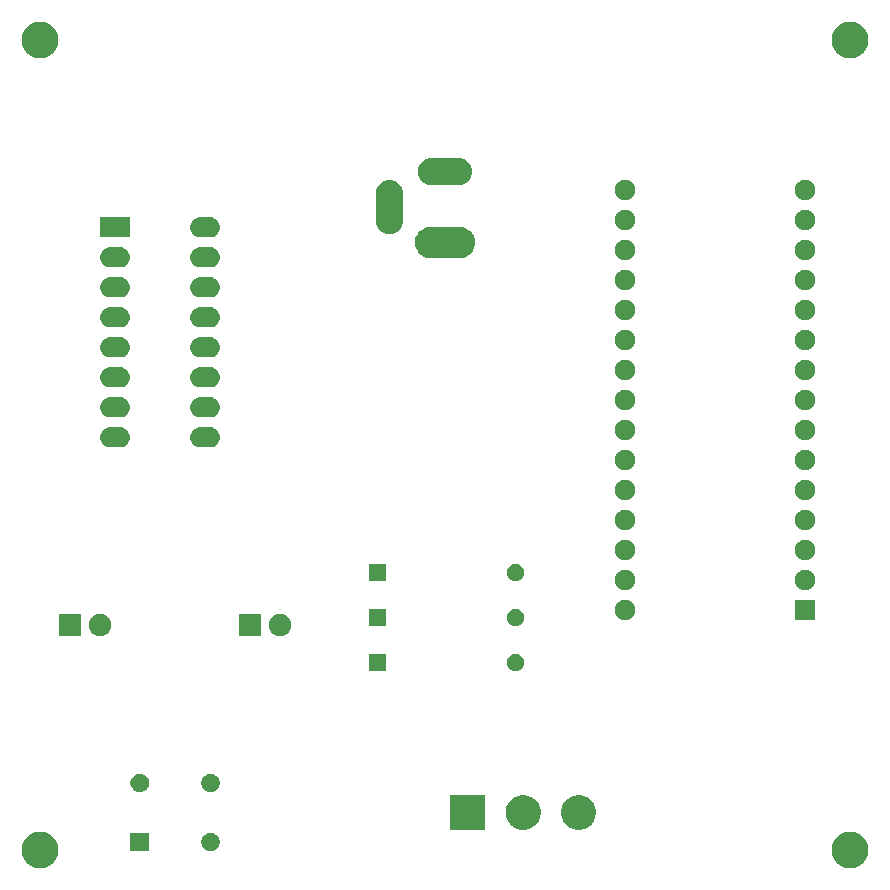
<source format=gbr>
G04 #@! TF.GenerationSoftware,KiCad,Pcbnew,(5.1.5)-3*
G04 #@! TF.CreationDate,2021-03-21T22:58:17-03:00*
G04 #@! TF.ProjectId,4164-41256 Tester,34313634-2d34-4313-9235-362054657374,rev?*
G04 #@! TF.SameCoordinates,Original*
G04 #@! TF.FileFunction,Soldermask,Top*
G04 #@! TF.FilePolarity,Negative*
%FSLAX46Y46*%
G04 Gerber Fmt 4.6, Leading zero omitted, Abs format (unit mm)*
G04 Created by KiCad (PCBNEW (5.1.5)-3) date 2021-03-21 22:58:17*
%MOMM*%
%LPD*%
G04 APERTURE LIST*
%ADD10C,0.100000*%
G04 APERTURE END LIST*
D10*
G36*
X142542585Y-143893802D02*
G01*
X142692410Y-143923604D01*
X142974674Y-144040521D01*
X143228705Y-144210259D01*
X143444741Y-144426295D01*
X143614479Y-144680326D01*
X143731396Y-144962590D01*
X143731396Y-144962591D01*
X143786024Y-145237221D01*
X143791000Y-145262240D01*
X143791000Y-145567760D01*
X143731396Y-145867410D01*
X143614479Y-146149674D01*
X143444741Y-146403705D01*
X143228705Y-146619741D01*
X142974674Y-146789479D01*
X142692410Y-146906396D01*
X142542585Y-146936198D01*
X142392761Y-146966000D01*
X142087239Y-146966000D01*
X141937415Y-146936198D01*
X141787590Y-146906396D01*
X141505326Y-146789479D01*
X141251295Y-146619741D01*
X141035259Y-146403705D01*
X140865521Y-146149674D01*
X140748604Y-145867410D01*
X140689000Y-145567760D01*
X140689000Y-145262240D01*
X140693977Y-145237221D01*
X140748604Y-144962591D01*
X140748604Y-144962590D01*
X140865521Y-144680326D01*
X141035259Y-144426295D01*
X141251295Y-144210259D01*
X141505326Y-144040521D01*
X141787590Y-143923604D01*
X141937415Y-143893802D01*
X142087239Y-143864000D01*
X142392761Y-143864000D01*
X142542585Y-143893802D01*
G37*
G36*
X73962585Y-143893802D02*
G01*
X74112410Y-143923604D01*
X74394674Y-144040521D01*
X74648705Y-144210259D01*
X74864741Y-144426295D01*
X75034479Y-144680326D01*
X75151396Y-144962590D01*
X75151396Y-144962591D01*
X75206024Y-145237221D01*
X75211000Y-145262240D01*
X75211000Y-145567760D01*
X75151396Y-145867410D01*
X75034479Y-146149674D01*
X74864741Y-146403705D01*
X74648705Y-146619741D01*
X74394674Y-146789479D01*
X74112410Y-146906396D01*
X73962585Y-146936198D01*
X73812761Y-146966000D01*
X73507239Y-146966000D01*
X73357415Y-146936198D01*
X73207590Y-146906396D01*
X72925326Y-146789479D01*
X72671295Y-146619741D01*
X72455259Y-146403705D01*
X72285521Y-146149674D01*
X72168604Y-145867410D01*
X72109000Y-145567760D01*
X72109000Y-145262240D01*
X72113977Y-145237221D01*
X72168604Y-144962591D01*
X72168604Y-144962590D01*
X72285521Y-144680326D01*
X72455259Y-144426295D01*
X72671295Y-144210259D01*
X72925326Y-144040521D01*
X73207590Y-143923604D01*
X73357415Y-143893802D01*
X73507239Y-143864000D01*
X73812761Y-143864000D01*
X73962585Y-143893802D01*
G37*
G36*
X82870000Y-145520000D02*
G01*
X81310000Y-145520000D01*
X81310000Y-143960000D01*
X82870000Y-143960000D01*
X82870000Y-145520000D01*
G37*
G36*
X88317518Y-143989975D02*
G01*
X88459466Y-144048771D01*
X88587220Y-144134134D01*
X88695866Y-144242780D01*
X88781229Y-144370534D01*
X88840025Y-144512482D01*
X88870000Y-144663176D01*
X88870000Y-144816824D01*
X88840025Y-144967518D01*
X88781229Y-145109466D01*
X88695866Y-145237220D01*
X88587220Y-145345866D01*
X88459466Y-145431229D01*
X88317518Y-145490025D01*
X88166824Y-145520000D01*
X88013176Y-145520000D01*
X87862482Y-145490025D01*
X87720534Y-145431229D01*
X87592780Y-145345866D01*
X87484134Y-145237220D01*
X87398771Y-145109466D01*
X87339975Y-144967518D01*
X87310000Y-144816824D01*
X87310000Y-144663176D01*
X87339975Y-144512482D01*
X87398771Y-144370534D01*
X87484134Y-144242780D01*
X87592780Y-144134134D01*
X87720534Y-144048771D01*
X87862482Y-143989975D01*
X88013176Y-143960000D01*
X88166824Y-143960000D01*
X88317518Y-143989975D01*
G37*
G36*
X114985532Y-140820721D02*
G01*
X115254147Y-140931985D01*
X115495895Y-141093516D01*
X115701484Y-141299105D01*
X115863015Y-141540853D01*
X115974279Y-141809468D01*
X116031000Y-142094625D01*
X116031000Y-142385375D01*
X115974279Y-142670532D01*
X115863015Y-142939147D01*
X115701484Y-143180895D01*
X115495895Y-143386484D01*
X115254147Y-143548015D01*
X114985532Y-143659279D01*
X114700375Y-143716000D01*
X114409625Y-143716000D01*
X114124468Y-143659279D01*
X113855853Y-143548015D01*
X113614105Y-143386484D01*
X113408516Y-143180895D01*
X113246985Y-142939147D01*
X113135721Y-142670532D01*
X113079000Y-142385375D01*
X113079000Y-142094625D01*
X113135721Y-141809468D01*
X113246985Y-141540853D01*
X113408516Y-141299105D01*
X113614105Y-141093516D01*
X113855853Y-140931985D01*
X114124468Y-140820721D01*
X114409625Y-140764000D01*
X114700375Y-140764000D01*
X114985532Y-140820721D01*
G37*
G36*
X119685532Y-140820721D02*
G01*
X119954147Y-140931985D01*
X120195895Y-141093516D01*
X120401484Y-141299105D01*
X120563015Y-141540853D01*
X120674279Y-141809468D01*
X120731000Y-142094625D01*
X120731000Y-142385375D01*
X120674279Y-142670532D01*
X120563015Y-142939147D01*
X120401484Y-143180895D01*
X120195895Y-143386484D01*
X119954147Y-143548015D01*
X119685532Y-143659279D01*
X119400375Y-143716000D01*
X119109625Y-143716000D01*
X118824468Y-143659279D01*
X118555853Y-143548015D01*
X118314105Y-143386484D01*
X118108516Y-143180895D01*
X117946985Y-142939147D01*
X117835721Y-142670532D01*
X117779000Y-142385375D01*
X117779000Y-142094625D01*
X117835721Y-141809468D01*
X117946985Y-141540853D01*
X118108516Y-141299105D01*
X118314105Y-141093516D01*
X118555853Y-140931985D01*
X118824468Y-140820721D01*
X119109625Y-140764000D01*
X119400375Y-140764000D01*
X119685532Y-140820721D01*
G37*
G36*
X111331000Y-143716000D02*
G01*
X108379000Y-143716000D01*
X108379000Y-140764000D01*
X111331000Y-140764000D01*
X111331000Y-143716000D01*
G37*
G36*
X82317518Y-138989975D02*
G01*
X82459466Y-139048771D01*
X82587220Y-139134134D01*
X82695866Y-139242780D01*
X82781229Y-139370534D01*
X82840025Y-139512482D01*
X82870000Y-139663176D01*
X82870000Y-139816824D01*
X82840025Y-139967518D01*
X82781229Y-140109466D01*
X82695866Y-140237220D01*
X82587220Y-140345866D01*
X82459466Y-140431229D01*
X82317518Y-140490025D01*
X82166824Y-140520000D01*
X82013176Y-140520000D01*
X81862482Y-140490025D01*
X81720534Y-140431229D01*
X81592780Y-140345866D01*
X81484134Y-140237220D01*
X81398771Y-140109466D01*
X81339975Y-139967518D01*
X81310000Y-139816824D01*
X81310000Y-139663176D01*
X81339975Y-139512482D01*
X81398771Y-139370534D01*
X81484134Y-139242780D01*
X81592780Y-139134134D01*
X81720534Y-139048771D01*
X81862482Y-138989975D01*
X82013176Y-138960000D01*
X82166824Y-138960000D01*
X82317518Y-138989975D01*
G37*
G36*
X88317518Y-138989975D02*
G01*
X88459466Y-139048771D01*
X88587220Y-139134134D01*
X88695866Y-139242780D01*
X88781229Y-139370534D01*
X88840025Y-139512482D01*
X88870000Y-139663176D01*
X88870000Y-139816824D01*
X88840025Y-139967518D01*
X88781229Y-140109466D01*
X88695866Y-140237220D01*
X88587220Y-140345866D01*
X88459466Y-140431229D01*
X88317518Y-140490025D01*
X88166824Y-140520000D01*
X88013176Y-140520000D01*
X87862482Y-140490025D01*
X87720534Y-140431229D01*
X87592780Y-140345866D01*
X87484134Y-140237220D01*
X87398771Y-140109466D01*
X87339975Y-139967518D01*
X87310000Y-139816824D01*
X87310000Y-139663176D01*
X87339975Y-139512482D01*
X87398771Y-139370534D01*
X87484134Y-139242780D01*
X87592780Y-139134134D01*
X87720534Y-139048771D01*
X87862482Y-138989975D01*
X88013176Y-138960000D01*
X88166824Y-138960000D01*
X88317518Y-138989975D01*
G37*
G36*
X102971800Y-130276800D02*
G01*
X101498200Y-130276800D01*
X101498200Y-128803200D01*
X102971800Y-128803200D01*
X102971800Y-130276800D01*
G37*
G36*
X114133914Y-128831514D02*
G01*
X114133916Y-128831515D01*
X114133917Y-128831515D01*
X114268006Y-128887056D01*
X114388683Y-128967690D01*
X114491310Y-129070317D01*
X114571944Y-129190994D01*
X114627485Y-129325083D01*
X114655800Y-129467432D01*
X114655800Y-129612568D01*
X114627485Y-129754917D01*
X114571944Y-129889006D01*
X114491310Y-130009683D01*
X114388683Y-130112310D01*
X114268006Y-130192944D01*
X114133917Y-130248485D01*
X114133916Y-130248485D01*
X114133914Y-130248486D01*
X113991570Y-130276800D01*
X113846430Y-130276800D01*
X113704086Y-130248486D01*
X113704084Y-130248485D01*
X113704083Y-130248485D01*
X113569994Y-130192944D01*
X113449317Y-130112310D01*
X113346690Y-130009683D01*
X113266056Y-129889006D01*
X113210515Y-129754917D01*
X113182200Y-129612568D01*
X113182200Y-129467432D01*
X113210515Y-129325083D01*
X113266056Y-129190994D01*
X113346690Y-129070317D01*
X113449317Y-128967690D01*
X113569994Y-128887056D01*
X113704083Y-128831515D01*
X113704084Y-128831515D01*
X113704086Y-128831514D01*
X113846430Y-128803200D01*
X113991570Y-128803200D01*
X114133914Y-128831514D01*
G37*
G36*
X79017395Y-125450546D02*
G01*
X79190466Y-125522234D01*
X79190467Y-125522235D01*
X79346227Y-125626310D01*
X79478690Y-125758773D01*
X79478691Y-125758775D01*
X79582766Y-125914534D01*
X79654454Y-126087605D01*
X79691000Y-126271333D01*
X79691000Y-126458667D01*
X79654454Y-126642395D01*
X79582766Y-126815466D01*
X79582765Y-126815467D01*
X79478690Y-126971227D01*
X79346227Y-127103690D01*
X79267818Y-127156081D01*
X79190466Y-127207766D01*
X79017395Y-127279454D01*
X78833667Y-127316000D01*
X78646333Y-127316000D01*
X78462605Y-127279454D01*
X78289534Y-127207766D01*
X78212182Y-127156081D01*
X78133773Y-127103690D01*
X78001310Y-126971227D01*
X77897235Y-126815467D01*
X77897234Y-126815466D01*
X77825546Y-126642395D01*
X77789000Y-126458667D01*
X77789000Y-126271333D01*
X77825546Y-126087605D01*
X77897234Y-125914534D01*
X78001309Y-125758775D01*
X78001310Y-125758773D01*
X78133773Y-125626310D01*
X78289533Y-125522235D01*
X78289534Y-125522234D01*
X78462605Y-125450546D01*
X78646333Y-125414000D01*
X78833667Y-125414000D01*
X79017395Y-125450546D01*
G37*
G36*
X92391000Y-127316000D02*
G01*
X90489000Y-127316000D01*
X90489000Y-125414000D01*
X92391000Y-125414000D01*
X92391000Y-127316000D01*
G37*
G36*
X94257395Y-125450546D02*
G01*
X94430466Y-125522234D01*
X94430467Y-125522235D01*
X94586227Y-125626310D01*
X94718690Y-125758773D01*
X94718691Y-125758775D01*
X94822766Y-125914534D01*
X94894454Y-126087605D01*
X94931000Y-126271333D01*
X94931000Y-126458667D01*
X94894454Y-126642395D01*
X94822766Y-126815466D01*
X94822765Y-126815467D01*
X94718690Y-126971227D01*
X94586227Y-127103690D01*
X94507818Y-127156081D01*
X94430466Y-127207766D01*
X94257395Y-127279454D01*
X94073667Y-127316000D01*
X93886333Y-127316000D01*
X93702605Y-127279454D01*
X93529534Y-127207766D01*
X93452182Y-127156081D01*
X93373773Y-127103690D01*
X93241310Y-126971227D01*
X93137235Y-126815467D01*
X93137234Y-126815466D01*
X93065546Y-126642395D01*
X93029000Y-126458667D01*
X93029000Y-126271333D01*
X93065546Y-126087605D01*
X93137234Y-125914534D01*
X93241309Y-125758775D01*
X93241310Y-125758773D01*
X93373773Y-125626310D01*
X93529533Y-125522235D01*
X93529534Y-125522234D01*
X93702605Y-125450546D01*
X93886333Y-125414000D01*
X94073667Y-125414000D01*
X94257395Y-125450546D01*
G37*
G36*
X77151000Y-127316000D02*
G01*
X75249000Y-127316000D01*
X75249000Y-125414000D01*
X77151000Y-125414000D01*
X77151000Y-127316000D01*
G37*
G36*
X102971800Y-126466800D02*
G01*
X101498200Y-126466800D01*
X101498200Y-124993200D01*
X102971800Y-124993200D01*
X102971800Y-126466800D01*
G37*
G36*
X114133914Y-125021514D02*
G01*
X114133916Y-125021515D01*
X114133917Y-125021515D01*
X114268006Y-125077056D01*
X114388683Y-125157690D01*
X114491310Y-125260317D01*
X114571944Y-125380994D01*
X114620449Y-125498097D01*
X114627486Y-125515086D01*
X114655800Y-125657430D01*
X114655800Y-125802568D01*
X114627485Y-125944917D01*
X114571944Y-126079006D01*
X114491310Y-126199683D01*
X114388683Y-126302310D01*
X114268006Y-126382944D01*
X114133917Y-126438485D01*
X114133916Y-126438485D01*
X114133914Y-126438486D01*
X113991570Y-126466800D01*
X113846430Y-126466800D01*
X113704086Y-126438486D01*
X113704084Y-126438485D01*
X113704083Y-126438485D01*
X113569994Y-126382944D01*
X113449317Y-126302310D01*
X113346690Y-126199683D01*
X113266056Y-126079006D01*
X113210515Y-125944917D01*
X113182200Y-125802568D01*
X113182200Y-125657430D01*
X113210514Y-125515086D01*
X113217551Y-125498097D01*
X113266056Y-125380994D01*
X113346690Y-125260317D01*
X113449317Y-125157690D01*
X113569994Y-125077056D01*
X113704083Y-125021515D01*
X113704084Y-125021515D01*
X113704086Y-125021514D01*
X113846430Y-124993200D01*
X113991570Y-124993200D01*
X114133914Y-125021514D01*
G37*
G36*
X139281000Y-125946000D02*
G01*
X137579000Y-125946000D01*
X137579000Y-124244000D01*
X139281000Y-124244000D01*
X139281000Y-125946000D01*
G37*
G36*
X123438228Y-124276703D02*
G01*
X123593100Y-124340853D01*
X123732481Y-124433985D01*
X123851015Y-124552519D01*
X123944147Y-124691900D01*
X124008297Y-124846772D01*
X124041000Y-125011184D01*
X124041000Y-125178816D01*
X124008297Y-125343228D01*
X123944147Y-125498100D01*
X123851015Y-125637481D01*
X123732481Y-125756015D01*
X123593100Y-125849147D01*
X123438228Y-125913297D01*
X123273816Y-125946000D01*
X123106184Y-125946000D01*
X122941772Y-125913297D01*
X122786900Y-125849147D01*
X122647519Y-125756015D01*
X122528985Y-125637481D01*
X122435853Y-125498100D01*
X122371703Y-125343228D01*
X122339000Y-125178816D01*
X122339000Y-125011184D01*
X122371703Y-124846772D01*
X122435853Y-124691900D01*
X122528985Y-124552519D01*
X122647519Y-124433985D01*
X122786900Y-124340853D01*
X122941772Y-124276703D01*
X123106184Y-124244000D01*
X123273816Y-124244000D01*
X123438228Y-124276703D01*
G37*
G36*
X138678228Y-121736703D02*
G01*
X138833100Y-121800853D01*
X138972481Y-121893985D01*
X139091015Y-122012519D01*
X139184147Y-122151900D01*
X139248297Y-122306772D01*
X139281000Y-122471184D01*
X139281000Y-122638816D01*
X139248297Y-122803228D01*
X139184147Y-122958100D01*
X139091015Y-123097481D01*
X138972481Y-123216015D01*
X138833100Y-123309147D01*
X138678228Y-123373297D01*
X138513816Y-123406000D01*
X138346184Y-123406000D01*
X138181772Y-123373297D01*
X138026900Y-123309147D01*
X137887519Y-123216015D01*
X137768985Y-123097481D01*
X137675853Y-122958100D01*
X137611703Y-122803228D01*
X137579000Y-122638816D01*
X137579000Y-122471184D01*
X137611703Y-122306772D01*
X137675853Y-122151900D01*
X137768985Y-122012519D01*
X137887519Y-121893985D01*
X138026900Y-121800853D01*
X138181772Y-121736703D01*
X138346184Y-121704000D01*
X138513816Y-121704000D01*
X138678228Y-121736703D01*
G37*
G36*
X123438228Y-121736703D02*
G01*
X123593100Y-121800853D01*
X123732481Y-121893985D01*
X123851015Y-122012519D01*
X123944147Y-122151900D01*
X124008297Y-122306772D01*
X124041000Y-122471184D01*
X124041000Y-122638816D01*
X124008297Y-122803228D01*
X123944147Y-122958100D01*
X123851015Y-123097481D01*
X123732481Y-123216015D01*
X123593100Y-123309147D01*
X123438228Y-123373297D01*
X123273816Y-123406000D01*
X123106184Y-123406000D01*
X122941772Y-123373297D01*
X122786900Y-123309147D01*
X122647519Y-123216015D01*
X122528985Y-123097481D01*
X122435853Y-122958100D01*
X122371703Y-122803228D01*
X122339000Y-122638816D01*
X122339000Y-122471184D01*
X122371703Y-122306772D01*
X122435853Y-122151900D01*
X122528985Y-122012519D01*
X122647519Y-121893985D01*
X122786900Y-121800853D01*
X122941772Y-121736703D01*
X123106184Y-121704000D01*
X123273816Y-121704000D01*
X123438228Y-121736703D01*
G37*
G36*
X102971800Y-122656800D02*
G01*
X101498200Y-122656800D01*
X101498200Y-121183200D01*
X102971800Y-121183200D01*
X102971800Y-122656800D01*
G37*
G36*
X114133914Y-121211514D02*
G01*
X114133916Y-121211515D01*
X114133917Y-121211515D01*
X114268006Y-121267056D01*
X114388683Y-121347690D01*
X114491310Y-121450317D01*
X114571944Y-121570994D01*
X114627036Y-121704000D01*
X114627486Y-121705086D01*
X114655800Y-121847430D01*
X114655800Y-121992570D01*
X114651832Y-122012520D01*
X114627485Y-122134917D01*
X114571944Y-122269006D01*
X114491310Y-122389683D01*
X114388683Y-122492310D01*
X114268006Y-122572944D01*
X114133917Y-122628485D01*
X114133916Y-122628485D01*
X114133914Y-122628486D01*
X113991570Y-122656800D01*
X113846430Y-122656800D01*
X113704086Y-122628486D01*
X113704084Y-122628485D01*
X113704083Y-122628485D01*
X113569994Y-122572944D01*
X113449317Y-122492310D01*
X113346690Y-122389683D01*
X113266056Y-122269006D01*
X113210515Y-122134917D01*
X113186169Y-122012520D01*
X113182200Y-121992570D01*
X113182200Y-121847430D01*
X113210514Y-121705086D01*
X113210964Y-121704000D01*
X113266056Y-121570994D01*
X113346690Y-121450317D01*
X113449317Y-121347690D01*
X113569994Y-121267056D01*
X113704083Y-121211515D01*
X113704084Y-121211515D01*
X113704086Y-121211514D01*
X113846430Y-121183200D01*
X113991570Y-121183200D01*
X114133914Y-121211514D01*
G37*
G36*
X123438228Y-119196703D02*
G01*
X123593100Y-119260853D01*
X123732481Y-119353985D01*
X123851015Y-119472519D01*
X123944147Y-119611900D01*
X124008297Y-119766772D01*
X124041000Y-119931184D01*
X124041000Y-120098816D01*
X124008297Y-120263228D01*
X123944147Y-120418100D01*
X123851015Y-120557481D01*
X123732481Y-120676015D01*
X123593100Y-120769147D01*
X123438228Y-120833297D01*
X123273816Y-120866000D01*
X123106184Y-120866000D01*
X122941772Y-120833297D01*
X122786900Y-120769147D01*
X122647519Y-120676015D01*
X122528985Y-120557481D01*
X122435853Y-120418100D01*
X122371703Y-120263228D01*
X122339000Y-120098816D01*
X122339000Y-119931184D01*
X122371703Y-119766772D01*
X122435853Y-119611900D01*
X122528985Y-119472519D01*
X122647519Y-119353985D01*
X122786900Y-119260853D01*
X122941772Y-119196703D01*
X123106184Y-119164000D01*
X123273816Y-119164000D01*
X123438228Y-119196703D01*
G37*
G36*
X138678228Y-119196703D02*
G01*
X138833100Y-119260853D01*
X138972481Y-119353985D01*
X139091015Y-119472519D01*
X139184147Y-119611900D01*
X139248297Y-119766772D01*
X139281000Y-119931184D01*
X139281000Y-120098816D01*
X139248297Y-120263228D01*
X139184147Y-120418100D01*
X139091015Y-120557481D01*
X138972481Y-120676015D01*
X138833100Y-120769147D01*
X138678228Y-120833297D01*
X138513816Y-120866000D01*
X138346184Y-120866000D01*
X138181772Y-120833297D01*
X138026900Y-120769147D01*
X137887519Y-120676015D01*
X137768985Y-120557481D01*
X137675853Y-120418100D01*
X137611703Y-120263228D01*
X137579000Y-120098816D01*
X137579000Y-119931184D01*
X137611703Y-119766772D01*
X137675853Y-119611900D01*
X137768985Y-119472519D01*
X137887519Y-119353985D01*
X138026900Y-119260853D01*
X138181772Y-119196703D01*
X138346184Y-119164000D01*
X138513816Y-119164000D01*
X138678228Y-119196703D01*
G37*
G36*
X138678228Y-116656703D02*
G01*
X138833100Y-116720853D01*
X138972481Y-116813985D01*
X139091015Y-116932519D01*
X139184147Y-117071900D01*
X139248297Y-117226772D01*
X139281000Y-117391184D01*
X139281000Y-117558816D01*
X139248297Y-117723228D01*
X139184147Y-117878100D01*
X139091015Y-118017481D01*
X138972481Y-118136015D01*
X138833100Y-118229147D01*
X138678228Y-118293297D01*
X138513816Y-118326000D01*
X138346184Y-118326000D01*
X138181772Y-118293297D01*
X138026900Y-118229147D01*
X137887519Y-118136015D01*
X137768985Y-118017481D01*
X137675853Y-117878100D01*
X137611703Y-117723228D01*
X137579000Y-117558816D01*
X137579000Y-117391184D01*
X137611703Y-117226772D01*
X137675853Y-117071900D01*
X137768985Y-116932519D01*
X137887519Y-116813985D01*
X138026900Y-116720853D01*
X138181772Y-116656703D01*
X138346184Y-116624000D01*
X138513816Y-116624000D01*
X138678228Y-116656703D01*
G37*
G36*
X123438228Y-116656703D02*
G01*
X123593100Y-116720853D01*
X123732481Y-116813985D01*
X123851015Y-116932519D01*
X123944147Y-117071900D01*
X124008297Y-117226772D01*
X124041000Y-117391184D01*
X124041000Y-117558816D01*
X124008297Y-117723228D01*
X123944147Y-117878100D01*
X123851015Y-118017481D01*
X123732481Y-118136015D01*
X123593100Y-118229147D01*
X123438228Y-118293297D01*
X123273816Y-118326000D01*
X123106184Y-118326000D01*
X122941772Y-118293297D01*
X122786900Y-118229147D01*
X122647519Y-118136015D01*
X122528985Y-118017481D01*
X122435853Y-117878100D01*
X122371703Y-117723228D01*
X122339000Y-117558816D01*
X122339000Y-117391184D01*
X122371703Y-117226772D01*
X122435853Y-117071900D01*
X122528985Y-116932519D01*
X122647519Y-116813985D01*
X122786900Y-116720853D01*
X122941772Y-116656703D01*
X123106184Y-116624000D01*
X123273816Y-116624000D01*
X123438228Y-116656703D01*
G37*
G36*
X138678228Y-114116703D02*
G01*
X138833100Y-114180853D01*
X138972481Y-114273985D01*
X139091015Y-114392519D01*
X139184147Y-114531900D01*
X139248297Y-114686772D01*
X139281000Y-114851184D01*
X139281000Y-115018816D01*
X139248297Y-115183228D01*
X139184147Y-115338100D01*
X139091015Y-115477481D01*
X138972481Y-115596015D01*
X138833100Y-115689147D01*
X138678228Y-115753297D01*
X138513816Y-115786000D01*
X138346184Y-115786000D01*
X138181772Y-115753297D01*
X138026900Y-115689147D01*
X137887519Y-115596015D01*
X137768985Y-115477481D01*
X137675853Y-115338100D01*
X137611703Y-115183228D01*
X137579000Y-115018816D01*
X137579000Y-114851184D01*
X137611703Y-114686772D01*
X137675853Y-114531900D01*
X137768985Y-114392519D01*
X137887519Y-114273985D01*
X138026900Y-114180853D01*
X138181772Y-114116703D01*
X138346184Y-114084000D01*
X138513816Y-114084000D01*
X138678228Y-114116703D01*
G37*
G36*
X123438228Y-114116703D02*
G01*
X123593100Y-114180853D01*
X123732481Y-114273985D01*
X123851015Y-114392519D01*
X123944147Y-114531900D01*
X124008297Y-114686772D01*
X124041000Y-114851184D01*
X124041000Y-115018816D01*
X124008297Y-115183228D01*
X123944147Y-115338100D01*
X123851015Y-115477481D01*
X123732481Y-115596015D01*
X123593100Y-115689147D01*
X123438228Y-115753297D01*
X123273816Y-115786000D01*
X123106184Y-115786000D01*
X122941772Y-115753297D01*
X122786900Y-115689147D01*
X122647519Y-115596015D01*
X122528985Y-115477481D01*
X122435853Y-115338100D01*
X122371703Y-115183228D01*
X122339000Y-115018816D01*
X122339000Y-114851184D01*
X122371703Y-114686772D01*
X122435853Y-114531900D01*
X122528985Y-114392519D01*
X122647519Y-114273985D01*
X122786900Y-114180853D01*
X122941772Y-114116703D01*
X123106184Y-114084000D01*
X123273816Y-114084000D01*
X123438228Y-114116703D01*
G37*
G36*
X123438228Y-111576703D02*
G01*
X123593100Y-111640853D01*
X123732481Y-111733985D01*
X123851015Y-111852519D01*
X123944147Y-111991900D01*
X124008297Y-112146772D01*
X124041000Y-112311184D01*
X124041000Y-112478816D01*
X124008297Y-112643228D01*
X123944147Y-112798100D01*
X123851015Y-112937481D01*
X123732481Y-113056015D01*
X123593100Y-113149147D01*
X123438228Y-113213297D01*
X123273816Y-113246000D01*
X123106184Y-113246000D01*
X122941772Y-113213297D01*
X122786900Y-113149147D01*
X122647519Y-113056015D01*
X122528985Y-112937481D01*
X122435853Y-112798100D01*
X122371703Y-112643228D01*
X122339000Y-112478816D01*
X122339000Y-112311184D01*
X122371703Y-112146772D01*
X122435853Y-111991900D01*
X122528985Y-111852519D01*
X122647519Y-111733985D01*
X122786900Y-111640853D01*
X122941772Y-111576703D01*
X123106184Y-111544000D01*
X123273816Y-111544000D01*
X123438228Y-111576703D01*
G37*
G36*
X138678228Y-111576703D02*
G01*
X138833100Y-111640853D01*
X138972481Y-111733985D01*
X139091015Y-111852519D01*
X139184147Y-111991900D01*
X139248297Y-112146772D01*
X139281000Y-112311184D01*
X139281000Y-112478816D01*
X139248297Y-112643228D01*
X139184147Y-112798100D01*
X139091015Y-112937481D01*
X138972481Y-113056015D01*
X138833100Y-113149147D01*
X138678228Y-113213297D01*
X138513816Y-113246000D01*
X138346184Y-113246000D01*
X138181772Y-113213297D01*
X138026900Y-113149147D01*
X137887519Y-113056015D01*
X137768985Y-112937481D01*
X137675853Y-112798100D01*
X137611703Y-112643228D01*
X137579000Y-112478816D01*
X137579000Y-112311184D01*
X137611703Y-112146772D01*
X137675853Y-111991900D01*
X137768985Y-111852519D01*
X137887519Y-111733985D01*
X138026900Y-111640853D01*
X138181772Y-111576703D01*
X138346184Y-111544000D01*
X138513816Y-111544000D01*
X138678228Y-111576703D01*
G37*
G36*
X88196823Y-109651313D02*
G01*
X88357242Y-109699976D01*
X88489906Y-109770886D01*
X88505078Y-109778996D01*
X88634659Y-109885341D01*
X88741004Y-110014922D01*
X88741005Y-110014924D01*
X88820024Y-110162758D01*
X88868687Y-110323177D01*
X88885117Y-110490000D01*
X88868687Y-110656823D01*
X88820024Y-110817242D01*
X88749114Y-110949906D01*
X88741004Y-110965078D01*
X88634659Y-111094659D01*
X88505078Y-111201004D01*
X88505076Y-111201005D01*
X88357242Y-111280024D01*
X88196823Y-111328687D01*
X88071804Y-111341000D01*
X87188196Y-111341000D01*
X87063177Y-111328687D01*
X86902758Y-111280024D01*
X86754924Y-111201005D01*
X86754922Y-111201004D01*
X86625341Y-111094659D01*
X86518996Y-110965078D01*
X86510886Y-110949906D01*
X86439976Y-110817242D01*
X86391313Y-110656823D01*
X86374883Y-110490000D01*
X86391313Y-110323177D01*
X86439976Y-110162758D01*
X86518995Y-110014924D01*
X86518996Y-110014922D01*
X86625341Y-109885341D01*
X86754922Y-109778996D01*
X86770094Y-109770886D01*
X86902758Y-109699976D01*
X87063177Y-109651313D01*
X87188196Y-109639000D01*
X88071804Y-109639000D01*
X88196823Y-109651313D01*
G37*
G36*
X80576823Y-109651313D02*
G01*
X80737242Y-109699976D01*
X80869906Y-109770886D01*
X80885078Y-109778996D01*
X81014659Y-109885341D01*
X81121004Y-110014922D01*
X81121005Y-110014924D01*
X81200024Y-110162758D01*
X81248687Y-110323177D01*
X81265117Y-110490000D01*
X81248687Y-110656823D01*
X81200024Y-110817242D01*
X81129114Y-110949906D01*
X81121004Y-110965078D01*
X81014659Y-111094659D01*
X80885078Y-111201004D01*
X80885076Y-111201005D01*
X80737242Y-111280024D01*
X80576823Y-111328687D01*
X80451804Y-111341000D01*
X79568196Y-111341000D01*
X79443177Y-111328687D01*
X79282758Y-111280024D01*
X79134924Y-111201005D01*
X79134922Y-111201004D01*
X79005341Y-111094659D01*
X78898996Y-110965078D01*
X78890886Y-110949906D01*
X78819976Y-110817242D01*
X78771313Y-110656823D01*
X78754883Y-110490000D01*
X78771313Y-110323177D01*
X78819976Y-110162758D01*
X78898995Y-110014924D01*
X78898996Y-110014922D01*
X79005341Y-109885341D01*
X79134922Y-109778996D01*
X79150094Y-109770886D01*
X79282758Y-109699976D01*
X79443177Y-109651313D01*
X79568196Y-109639000D01*
X80451804Y-109639000D01*
X80576823Y-109651313D01*
G37*
G36*
X138678228Y-109036703D02*
G01*
X138833100Y-109100853D01*
X138972481Y-109193985D01*
X139091015Y-109312519D01*
X139184147Y-109451900D01*
X139248297Y-109606772D01*
X139281000Y-109771184D01*
X139281000Y-109938816D01*
X139248297Y-110103228D01*
X139184147Y-110258100D01*
X139091015Y-110397481D01*
X138972481Y-110516015D01*
X138833100Y-110609147D01*
X138678228Y-110673297D01*
X138513816Y-110706000D01*
X138346184Y-110706000D01*
X138181772Y-110673297D01*
X138026900Y-110609147D01*
X137887519Y-110516015D01*
X137768985Y-110397481D01*
X137675853Y-110258100D01*
X137611703Y-110103228D01*
X137579000Y-109938816D01*
X137579000Y-109771184D01*
X137611703Y-109606772D01*
X137675853Y-109451900D01*
X137768985Y-109312519D01*
X137887519Y-109193985D01*
X138026900Y-109100853D01*
X138181772Y-109036703D01*
X138346184Y-109004000D01*
X138513816Y-109004000D01*
X138678228Y-109036703D01*
G37*
G36*
X123438228Y-109036703D02*
G01*
X123593100Y-109100853D01*
X123732481Y-109193985D01*
X123851015Y-109312519D01*
X123944147Y-109451900D01*
X124008297Y-109606772D01*
X124041000Y-109771184D01*
X124041000Y-109938816D01*
X124008297Y-110103228D01*
X123944147Y-110258100D01*
X123851015Y-110397481D01*
X123732481Y-110516015D01*
X123593100Y-110609147D01*
X123438228Y-110673297D01*
X123273816Y-110706000D01*
X123106184Y-110706000D01*
X122941772Y-110673297D01*
X122786900Y-110609147D01*
X122647519Y-110516015D01*
X122528985Y-110397481D01*
X122435853Y-110258100D01*
X122371703Y-110103228D01*
X122339000Y-109938816D01*
X122339000Y-109771184D01*
X122371703Y-109606772D01*
X122435853Y-109451900D01*
X122528985Y-109312519D01*
X122647519Y-109193985D01*
X122786900Y-109100853D01*
X122941772Y-109036703D01*
X123106184Y-109004000D01*
X123273816Y-109004000D01*
X123438228Y-109036703D01*
G37*
G36*
X88196823Y-107111313D02*
G01*
X88357242Y-107159976D01*
X88489906Y-107230886D01*
X88505078Y-107238996D01*
X88634659Y-107345341D01*
X88741004Y-107474922D01*
X88741005Y-107474924D01*
X88820024Y-107622758D01*
X88868687Y-107783177D01*
X88885117Y-107950000D01*
X88868687Y-108116823D01*
X88820024Y-108277242D01*
X88749114Y-108409906D01*
X88741004Y-108425078D01*
X88634659Y-108554659D01*
X88505078Y-108661004D01*
X88505076Y-108661005D01*
X88357242Y-108740024D01*
X88196823Y-108788687D01*
X88071804Y-108801000D01*
X87188196Y-108801000D01*
X87063177Y-108788687D01*
X86902758Y-108740024D01*
X86754924Y-108661005D01*
X86754922Y-108661004D01*
X86625341Y-108554659D01*
X86518996Y-108425078D01*
X86510886Y-108409906D01*
X86439976Y-108277242D01*
X86391313Y-108116823D01*
X86374883Y-107950000D01*
X86391313Y-107783177D01*
X86439976Y-107622758D01*
X86518995Y-107474924D01*
X86518996Y-107474922D01*
X86625341Y-107345341D01*
X86754922Y-107238996D01*
X86770094Y-107230886D01*
X86902758Y-107159976D01*
X87063177Y-107111313D01*
X87188196Y-107099000D01*
X88071804Y-107099000D01*
X88196823Y-107111313D01*
G37*
G36*
X80576823Y-107111313D02*
G01*
X80737242Y-107159976D01*
X80869906Y-107230886D01*
X80885078Y-107238996D01*
X81014659Y-107345341D01*
X81121004Y-107474922D01*
X81121005Y-107474924D01*
X81200024Y-107622758D01*
X81248687Y-107783177D01*
X81265117Y-107950000D01*
X81248687Y-108116823D01*
X81200024Y-108277242D01*
X81129114Y-108409906D01*
X81121004Y-108425078D01*
X81014659Y-108554659D01*
X80885078Y-108661004D01*
X80885076Y-108661005D01*
X80737242Y-108740024D01*
X80576823Y-108788687D01*
X80451804Y-108801000D01*
X79568196Y-108801000D01*
X79443177Y-108788687D01*
X79282758Y-108740024D01*
X79134924Y-108661005D01*
X79134922Y-108661004D01*
X79005341Y-108554659D01*
X78898996Y-108425078D01*
X78890886Y-108409906D01*
X78819976Y-108277242D01*
X78771313Y-108116823D01*
X78754883Y-107950000D01*
X78771313Y-107783177D01*
X78819976Y-107622758D01*
X78898995Y-107474924D01*
X78898996Y-107474922D01*
X79005341Y-107345341D01*
X79134922Y-107238996D01*
X79150094Y-107230886D01*
X79282758Y-107159976D01*
X79443177Y-107111313D01*
X79568196Y-107099000D01*
X80451804Y-107099000D01*
X80576823Y-107111313D01*
G37*
G36*
X138678228Y-106496703D02*
G01*
X138833100Y-106560853D01*
X138972481Y-106653985D01*
X139091015Y-106772519D01*
X139184147Y-106911900D01*
X139248297Y-107066772D01*
X139281000Y-107231184D01*
X139281000Y-107398816D01*
X139248297Y-107563228D01*
X139184147Y-107718100D01*
X139091015Y-107857481D01*
X138972481Y-107976015D01*
X138833100Y-108069147D01*
X138678228Y-108133297D01*
X138513816Y-108166000D01*
X138346184Y-108166000D01*
X138181772Y-108133297D01*
X138026900Y-108069147D01*
X137887519Y-107976015D01*
X137768985Y-107857481D01*
X137675853Y-107718100D01*
X137611703Y-107563228D01*
X137579000Y-107398816D01*
X137579000Y-107231184D01*
X137611703Y-107066772D01*
X137675853Y-106911900D01*
X137768985Y-106772519D01*
X137887519Y-106653985D01*
X138026900Y-106560853D01*
X138181772Y-106496703D01*
X138346184Y-106464000D01*
X138513816Y-106464000D01*
X138678228Y-106496703D01*
G37*
G36*
X123438228Y-106496703D02*
G01*
X123593100Y-106560853D01*
X123732481Y-106653985D01*
X123851015Y-106772519D01*
X123944147Y-106911900D01*
X124008297Y-107066772D01*
X124041000Y-107231184D01*
X124041000Y-107398816D01*
X124008297Y-107563228D01*
X123944147Y-107718100D01*
X123851015Y-107857481D01*
X123732481Y-107976015D01*
X123593100Y-108069147D01*
X123438228Y-108133297D01*
X123273816Y-108166000D01*
X123106184Y-108166000D01*
X122941772Y-108133297D01*
X122786900Y-108069147D01*
X122647519Y-107976015D01*
X122528985Y-107857481D01*
X122435853Y-107718100D01*
X122371703Y-107563228D01*
X122339000Y-107398816D01*
X122339000Y-107231184D01*
X122371703Y-107066772D01*
X122435853Y-106911900D01*
X122528985Y-106772519D01*
X122647519Y-106653985D01*
X122786900Y-106560853D01*
X122941772Y-106496703D01*
X123106184Y-106464000D01*
X123273816Y-106464000D01*
X123438228Y-106496703D01*
G37*
G36*
X80576823Y-104571313D02*
G01*
X80737242Y-104619976D01*
X80869906Y-104690886D01*
X80885078Y-104698996D01*
X81014659Y-104805341D01*
X81121004Y-104934922D01*
X81121005Y-104934924D01*
X81200024Y-105082758D01*
X81248687Y-105243177D01*
X81265117Y-105410000D01*
X81248687Y-105576823D01*
X81200024Y-105737242D01*
X81129114Y-105869906D01*
X81121004Y-105885078D01*
X81014659Y-106014659D01*
X80885078Y-106121004D01*
X80885076Y-106121005D01*
X80737242Y-106200024D01*
X80576823Y-106248687D01*
X80451804Y-106261000D01*
X79568196Y-106261000D01*
X79443177Y-106248687D01*
X79282758Y-106200024D01*
X79134924Y-106121005D01*
X79134922Y-106121004D01*
X79005341Y-106014659D01*
X78898996Y-105885078D01*
X78890886Y-105869906D01*
X78819976Y-105737242D01*
X78771313Y-105576823D01*
X78754883Y-105410000D01*
X78771313Y-105243177D01*
X78819976Y-105082758D01*
X78898995Y-104934924D01*
X78898996Y-104934922D01*
X79005341Y-104805341D01*
X79134922Y-104698996D01*
X79150094Y-104690886D01*
X79282758Y-104619976D01*
X79443177Y-104571313D01*
X79568196Y-104559000D01*
X80451804Y-104559000D01*
X80576823Y-104571313D01*
G37*
G36*
X88196823Y-104571313D02*
G01*
X88357242Y-104619976D01*
X88489906Y-104690886D01*
X88505078Y-104698996D01*
X88634659Y-104805341D01*
X88741004Y-104934922D01*
X88741005Y-104934924D01*
X88820024Y-105082758D01*
X88868687Y-105243177D01*
X88885117Y-105410000D01*
X88868687Y-105576823D01*
X88820024Y-105737242D01*
X88749114Y-105869906D01*
X88741004Y-105885078D01*
X88634659Y-106014659D01*
X88505078Y-106121004D01*
X88505076Y-106121005D01*
X88357242Y-106200024D01*
X88196823Y-106248687D01*
X88071804Y-106261000D01*
X87188196Y-106261000D01*
X87063177Y-106248687D01*
X86902758Y-106200024D01*
X86754924Y-106121005D01*
X86754922Y-106121004D01*
X86625341Y-106014659D01*
X86518996Y-105885078D01*
X86510886Y-105869906D01*
X86439976Y-105737242D01*
X86391313Y-105576823D01*
X86374883Y-105410000D01*
X86391313Y-105243177D01*
X86439976Y-105082758D01*
X86518995Y-104934924D01*
X86518996Y-104934922D01*
X86625341Y-104805341D01*
X86754922Y-104698996D01*
X86770094Y-104690886D01*
X86902758Y-104619976D01*
X87063177Y-104571313D01*
X87188196Y-104559000D01*
X88071804Y-104559000D01*
X88196823Y-104571313D01*
G37*
G36*
X138678228Y-103956703D02*
G01*
X138833100Y-104020853D01*
X138972481Y-104113985D01*
X139091015Y-104232519D01*
X139184147Y-104371900D01*
X139248297Y-104526772D01*
X139281000Y-104691184D01*
X139281000Y-104858816D01*
X139248297Y-105023228D01*
X139184147Y-105178100D01*
X139091015Y-105317481D01*
X138972481Y-105436015D01*
X138833100Y-105529147D01*
X138678228Y-105593297D01*
X138513816Y-105626000D01*
X138346184Y-105626000D01*
X138181772Y-105593297D01*
X138026900Y-105529147D01*
X137887519Y-105436015D01*
X137768985Y-105317481D01*
X137675853Y-105178100D01*
X137611703Y-105023228D01*
X137579000Y-104858816D01*
X137579000Y-104691184D01*
X137611703Y-104526772D01*
X137675853Y-104371900D01*
X137768985Y-104232519D01*
X137887519Y-104113985D01*
X138026900Y-104020853D01*
X138181772Y-103956703D01*
X138346184Y-103924000D01*
X138513816Y-103924000D01*
X138678228Y-103956703D01*
G37*
G36*
X123438228Y-103956703D02*
G01*
X123593100Y-104020853D01*
X123732481Y-104113985D01*
X123851015Y-104232519D01*
X123944147Y-104371900D01*
X124008297Y-104526772D01*
X124041000Y-104691184D01*
X124041000Y-104858816D01*
X124008297Y-105023228D01*
X123944147Y-105178100D01*
X123851015Y-105317481D01*
X123732481Y-105436015D01*
X123593100Y-105529147D01*
X123438228Y-105593297D01*
X123273816Y-105626000D01*
X123106184Y-105626000D01*
X122941772Y-105593297D01*
X122786900Y-105529147D01*
X122647519Y-105436015D01*
X122528985Y-105317481D01*
X122435853Y-105178100D01*
X122371703Y-105023228D01*
X122339000Y-104858816D01*
X122339000Y-104691184D01*
X122371703Y-104526772D01*
X122435853Y-104371900D01*
X122528985Y-104232519D01*
X122647519Y-104113985D01*
X122786900Y-104020853D01*
X122941772Y-103956703D01*
X123106184Y-103924000D01*
X123273816Y-103924000D01*
X123438228Y-103956703D01*
G37*
G36*
X80576823Y-102031313D02*
G01*
X80737242Y-102079976D01*
X80869906Y-102150886D01*
X80885078Y-102158996D01*
X81014659Y-102265341D01*
X81121004Y-102394922D01*
X81121005Y-102394924D01*
X81200024Y-102542758D01*
X81248687Y-102703177D01*
X81265117Y-102870000D01*
X81248687Y-103036823D01*
X81200024Y-103197242D01*
X81129114Y-103329906D01*
X81121004Y-103345078D01*
X81014659Y-103474659D01*
X80885078Y-103581004D01*
X80885076Y-103581005D01*
X80737242Y-103660024D01*
X80576823Y-103708687D01*
X80451804Y-103721000D01*
X79568196Y-103721000D01*
X79443177Y-103708687D01*
X79282758Y-103660024D01*
X79134924Y-103581005D01*
X79134922Y-103581004D01*
X79005341Y-103474659D01*
X78898996Y-103345078D01*
X78890886Y-103329906D01*
X78819976Y-103197242D01*
X78771313Y-103036823D01*
X78754883Y-102870000D01*
X78771313Y-102703177D01*
X78819976Y-102542758D01*
X78898995Y-102394924D01*
X78898996Y-102394922D01*
X79005341Y-102265341D01*
X79134922Y-102158996D01*
X79150094Y-102150886D01*
X79282758Y-102079976D01*
X79443177Y-102031313D01*
X79568196Y-102019000D01*
X80451804Y-102019000D01*
X80576823Y-102031313D01*
G37*
G36*
X88196823Y-102031313D02*
G01*
X88357242Y-102079976D01*
X88489906Y-102150886D01*
X88505078Y-102158996D01*
X88634659Y-102265341D01*
X88741004Y-102394922D01*
X88741005Y-102394924D01*
X88820024Y-102542758D01*
X88868687Y-102703177D01*
X88885117Y-102870000D01*
X88868687Y-103036823D01*
X88820024Y-103197242D01*
X88749114Y-103329906D01*
X88741004Y-103345078D01*
X88634659Y-103474659D01*
X88505078Y-103581004D01*
X88505076Y-103581005D01*
X88357242Y-103660024D01*
X88196823Y-103708687D01*
X88071804Y-103721000D01*
X87188196Y-103721000D01*
X87063177Y-103708687D01*
X86902758Y-103660024D01*
X86754924Y-103581005D01*
X86754922Y-103581004D01*
X86625341Y-103474659D01*
X86518996Y-103345078D01*
X86510886Y-103329906D01*
X86439976Y-103197242D01*
X86391313Y-103036823D01*
X86374883Y-102870000D01*
X86391313Y-102703177D01*
X86439976Y-102542758D01*
X86518995Y-102394924D01*
X86518996Y-102394922D01*
X86625341Y-102265341D01*
X86754922Y-102158996D01*
X86770094Y-102150886D01*
X86902758Y-102079976D01*
X87063177Y-102031313D01*
X87188196Y-102019000D01*
X88071804Y-102019000D01*
X88196823Y-102031313D01*
G37*
G36*
X123438228Y-101416703D02*
G01*
X123593100Y-101480853D01*
X123732481Y-101573985D01*
X123851015Y-101692519D01*
X123944147Y-101831900D01*
X124008297Y-101986772D01*
X124041000Y-102151184D01*
X124041000Y-102318816D01*
X124008297Y-102483228D01*
X123944147Y-102638100D01*
X123851015Y-102777481D01*
X123732481Y-102896015D01*
X123593100Y-102989147D01*
X123438228Y-103053297D01*
X123273816Y-103086000D01*
X123106184Y-103086000D01*
X122941772Y-103053297D01*
X122786900Y-102989147D01*
X122647519Y-102896015D01*
X122528985Y-102777481D01*
X122435853Y-102638100D01*
X122371703Y-102483228D01*
X122339000Y-102318816D01*
X122339000Y-102151184D01*
X122371703Y-101986772D01*
X122435853Y-101831900D01*
X122528985Y-101692519D01*
X122647519Y-101573985D01*
X122786900Y-101480853D01*
X122941772Y-101416703D01*
X123106184Y-101384000D01*
X123273816Y-101384000D01*
X123438228Y-101416703D01*
G37*
G36*
X138678228Y-101416703D02*
G01*
X138833100Y-101480853D01*
X138972481Y-101573985D01*
X139091015Y-101692519D01*
X139184147Y-101831900D01*
X139248297Y-101986772D01*
X139281000Y-102151184D01*
X139281000Y-102318816D01*
X139248297Y-102483228D01*
X139184147Y-102638100D01*
X139091015Y-102777481D01*
X138972481Y-102896015D01*
X138833100Y-102989147D01*
X138678228Y-103053297D01*
X138513816Y-103086000D01*
X138346184Y-103086000D01*
X138181772Y-103053297D01*
X138026900Y-102989147D01*
X137887519Y-102896015D01*
X137768985Y-102777481D01*
X137675853Y-102638100D01*
X137611703Y-102483228D01*
X137579000Y-102318816D01*
X137579000Y-102151184D01*
X137611703Y-101986772D01*
X137675853Y-101831900D01*
X137768985Y-101692519D01*
X137887519Y-101573985D01*
X138026900Y-101480853D01*
X138181772Y-101416703D01*
X138346184Y-101384000D01*
X138513816Y-101384000D01*
X138678228Y-101416703D01*
G37*
G36*
X88196823Y-99491313D02*
G01*
X88357242Y-99539976D01*
X88489906Y-99610886D01*
X88505078Y-99618996D01*
X88634659Y-99725341D01*
X88741004Y-99854922D01*
X88741005Y-99854924D01*
X88820024Y-100002758D01*
X88868687Y-100163177D01*
X88885117Y-100330000D01*
X88868687Y-100496823D01*
X88820024Y-100657242D01*
X88749114Y-100789906D01*
X88741004Y-100805078D01*
X88634659Y-100934659D01*
X88505078Y-101041004D01*
X88505076Y-101041005D01*
X88357242Y-101120024D01*
X88196823Y-101168687D01*
X88071804Y-101181000D01*
X87188196Y-101181000D01*
X87063177Y-101168687D01*
X86902758Y-101120024D01*
X86754924Y-101041005D01*
X86754922Y-101041004D01*
X86625341Y-100934659D01*
X86518996Y-100805078D01*
X86510886Y-100789906D01*
X86439976Y-100657242D01*
X86391313Y-100496823D01*
X86374883Y-100330000D01*
X86391313Y-100163177D01*
X86439976Y-100002758D01*
X86518995Y-99854924D01*
X86518996Y-99854922D01*
X86625341Y-99725341D01*
X86754922Y-99618996D01*
X86770094Y-99610886D01*
X86902758Y-99539976D01*
X87063177Y-99491313D01*
X87188196Y-99479000D01*
X88071804Y-99479000D01*
X88196823Y-99491313D01*
G37*
G36*
X80576823Y-99491313D02*
G01*
X80737242Y-99539976D01*
X80869906Y-99610886D01*
X80885078Y-99618996D01*
X81014659Y-99725341D01*
X81121004Y-99854922D01*
X81121005Y-99854924D01*
X81200024Y-100002758D01*
X81248687Y-100163177D01*
X81265117Y-100330000D01*
X81248687Y-100496823D01*
X81200024Y-100657242D01*
X81129114Y-100789906D01*
X81121004Y-100805078D01*
X81014659Y-100934659D01*
X80885078Y-101041004D01*
X80885076Y-101041005D01*
X80737242Y-101120024D01*
X80576823Y-101168687D01*
X80451804Y-101181000D01*
X79568196Y-101181000D01*
X79443177Y-101168687D01*
X79282758Y-101120024D01*
X79134924Y-101041005D01*
X79134922Y-101041004D01*
X79005341Y-100934659D01*
X78898996Y-100805078D01*
X78890886Y-100789906D01*
X78819976Y-100657242D01*
X78771313Y-100496823D01*
X78754883Y-100330000D01*
X78771313Y-100163177D01*
X78819976Y-100002758D01*
X78898995Y-99854924D01*
X78898996Y-99854922D01*
X79005341Y-99725341D01*
X79134922Y-99618996D01*
X79150094Y-99610886D01*
X79282758Y-99539976D01*
X79443177Y-99491313D01*
X79568196Y-99479000D01*
X80451804Y-99479000D01*
X80576823Y-99491313D01*
G37*
G36*
X123438228Y-98876703D02*
G01*
X123593100Y-98940853D01*
X123732481Y-99033985D01*
X123851015Y-99152519D01*
X123944147Y-99291900D01*
X124008297Y-99446772D01*
X124041000Y-99611184D01*
X124041000Y-99778816D01*
X124008297Y-99943228D01*
X123944147Y-100098100D01*
X123851015Y-100237481D01*
X123732481Y-100356015D01*
X123593100Y-100449147D01*
X123438228Y-100513297D01*
X123273816Y-100546000D01*
X123106184Y-100546000D01*
X122941772Y-100513297D01*
X122786900Y-100449147D01*
X122647519Y-100356015D01*
X122528985Y-100237481D01*
X122435853Y-100098100D01*
X122371703Y-99943228D01*
X122339000Y-99778816D01*
X122339000Y-99611184D01*
X122371703Y-99446772D01*
X122435853Y-99291900D01*
X122528985Y-99152519D01*
X122647519Y-99033985D01*
X122786900Y-98940853D01*
X122941772Y-98876703D01*
X123106184Y-98844000D01*
X123273816Y-98844000D01*
X123438228Y-98876703D01*
G37*
G36*
X138678228Y-98876703D02*
G01*
X138833100Y-98940853D01*
X138972481Y-99033985D01*
X139091015Y-99152519D01*
X139184147Y-99291900D01*
X139248297Y-99446772D01*
X139281000Y-99611184D01*
X139281000Y-99778816D01*
X139248297Y-99943228D01*
X139184147Y-100098100D01*
X139091015Y-100237481D01*
X138972481Y-100356015D01*
X138833100Y-100449147D01*
X138678228Y-100513297D01*
X138513816Y-100546000D01*
X138346184Y-100546000D01*
X138181772Y-100513297D01*
X138026900Y-100449147D01*
X137887519Y-100356015D01*
X137768985Y-100237481D01*
X137675853Y-100098100D01*
X137611703Y-99943228D01*
X137579000Y-99778816D01*
X137579000Y-99611184D01*
X137611703Y-99446772D01*
X137675853Y-99291900D01*
X137768985Y-99152519D01*
X137887519Y-99033985D01*
X138026900Y-98940853D01*
X138181772Y-98876703D01*
X138346184Y-98844000D01*
X138513816Y-98844000D01*
X138678228Y-98876703D01*
G37*
G36*
X88196823Y-96951313D02*
G01*
X88357242Y-96999976D01*
X88489906Y-97070886D01*
X88505078Y-97078996D01*
X88634659Y-97185341D01*
X88741004Y-97314922D01*
X88741005Y-97314924D01*
X88820024Y-97462758D01*
X88868687Y-97623177D01*
X88885117Y-97790000D01*
X88868687Y-97956823D01*
X88820024Y-98117242D01*
X88749114Y-98249906D01*
X88741004Y-98265078D01*
X88634659Y-98394659D01*
X88505078Y-98501004D01*
X88505076Y-98501005D01*
X88357242Y-98580024D01*
X88196823Y-98628687D01*
X88071804Y-98641000D01*
X87188196Y-98641000D01*
X87063177Y-98628687D01*
X86902758Y-98580024D01*
X86754924Y-98501005D01*
X86754922Y-98501004D01*
X86625341Y-98394659D01*
X86518996Y-98265078D01*
X86510886Y-98249906D01*
X86439976Y-98117242D01*
X86391313Y-97956823D01*
X86374883Y-97790000D01*
X86391313Y-97623177D01*
X86439976Y-97462758D01*
X86518995Y-97314924D01*
X86518996Y-97314922D01*
X86625341Y-97185341D01*
X86754922Y-97078996D01*
X86770094Y-97070886D01*
X86902758Y-96999976D01*
X87063177Y-96951313D01*
X87188196Y-96939000D01*
X88071804Y-96939000D01*
X88196823Y-96951313D01*
G37*
G36*
X80576823Y-96951313D02*
G01*
X80737242Y-96999976D01*
X80869906Y-97070886D01*
X80885078Y-97078996D01*
X81014659Y-97185341D01*
X81121004Y-97314922D01*
X81121005Y-97314924D01*
X81200024Y-97462758D01*
X81248687Y-97623177D01*
X81265117Y-97790000D01*
X81248687Y-97956823D01*
X81200024Y-98117242D01*
X81129114Y-98249906D01*
X81121004Y-98265078D01*
X81014659Y-98394659D01*
X80885078Y-98501004D01*
X80885076Y-98501005D01*
X80737242Y-98580024D01*
X80576823Y-98628687D01*
X80451804Y-98641000D01*
X79568196Y-98641000D01*
X79443177Y-98628687D01*
X79282758Y-98580024D01*
X79134924Y-98501005D01*
X79134922Y-98501004D01*
X79005341Y-98394659D01*
X78898996Y-98265078D01*
X78890886Y-98249906D01*
X78819976Y-98117242D01*
X78771313Y-97956823D01*
X78754883Y-97790000D01*
X78771313Y-97623177D01*
X78819976Y-97462758D01*
X78898995Y-97314924D01*
X78898996Y-97314922D01*
X79005341Y-97185341D01*
X79134922Y-97078996D01*
X79150094Y-97070886D01*
X79282758Y-96999976D01*
X79443177Y-96951313D01*
X79568196Y-96939000D01*
X80451804Y-96939000D01*
X80576823Y-96951313D01*
G37*
G36*
X123438228Y-96336703D02*
G01*
X123593100Y-96400853D01*
X123732481Y-96493985D01*
X123851015Y-96612519D01*
X123944147Y-96751900D01*
X124008297Y-96906772D01*
X124041000Y-97071184D01*
X124041000Y-97238816D01*
X124008297Y-97403228D01*
X123944147Y-97558100D01*
X123851015Y-97697481D01*
X123732481Y-97816015D01*
X123593100Y-97909147D01*
X123438228Y-97973297D01*
X123273816Y-98006000D01*
X123106184Y-98006000D01*
X122941772Y-97973297D01*
X122786900Y-97909147D01*
X122647519Y-97816015D01*
X122528985Y-97697481D01*
X122435853Y-97558100D01*
X122371703Y-97403228D01*
X122339000Y-97238816D01*
X122339000Y-97071184D01*
X122371703Y-96906772D01*
X122435853Y-96751900D01*
X122528985Y-96612519D01*
X122647519Y-96493985D01*
X122786900Y-96400853D01*
X122941772Y-96336703D01*
X123106184Y-96304000D01*
X123273816Y-96304000D01*
X123438228Y-96336703D01*
G37*
G36*
X138678228Y-96336703D02*
G01*
X138833100Y-96400853D01*
X138972481Y-96493985D01*
X139091015Y-96612519D01*
X139184147Y-96751900D01*
X139248297Y-96906772D01*
X139281000Y-97071184D01*
X139281000Y-97238816D01*
X139248297Y-97403228D01*
X139184147Y-97558100D01*
X139091015Y-97697481D01*
X138972481Y-97816015D01*
X138833100Y-97909147D01*
X138678228Y-97973297D01*
X138513816Y-98006000D01*
X138346184Y-98006000D01*
X138181772Y-97973297D01*
X138026900Y-97909147D01*
X137887519Y-97816015D01*
X137768985Y-97697481D01*
X137675853Y-97558100D01*
X137611703Y-97403228D01*
X137579000Y-97238816D01*
X137579000Y-97071184D01*
X137611703Y-96906772D01*
X137675853Y-96751900D01*
X137768985Y-96612519D01*
X137887519Y-96493985D01*
X138026900Y-96400853D01*
X138181772Y-96336703D01*
X138346184Y-96304000D01*
X138513816Y-96304000D01*
X138678228Y-96336703D01*
G37*
G36*
X80576823Y-94411313D02*
G01*
X80737242Y-94459976D01*
X80869906Y-94530886D01*
X80885078Y-94538996D01*
X81014659Y-94645341D01*
X81121004Y-94774922D01*
X81121005Y-94774924D01*
X81200024Y-94922758D01*
X81248687Y-95083177D01*
X81265117Y-95250000D01*
X81248687Y-95416823D01*
X81200024Y-95577242D01*
X81129114Y-95709906D01*
X81121004Y-95725078D01*
X81014659Y-95854659D01*
X80885078Y-95961004D01*
X80885076Y-95961005D01*
X80737242Y-96040024D01*
X80576823Y-96088687D01*
X80451804Y-96101000D01*
X79568196Y-96101000D01*
X79443177Y-96088687D01*
X79282758Y-96040024D01*
X79134924Y-95961005D01*
X79134922Y-95961004D01*
X79005341Y-95854659D01*
X78898996Y-95725078D01*
X78890886Y-95709906D01*
X78819976Y-95577242D01*
X78771313Y-95416823D01*
X78754883Y-95250000D01*
X78771313Y-95083177D01*
X78819976Y-94922758D01*
X78898995Y-94774924D01*
X78898996Y-94774922D01*
X79005341Y-94645341D01*
X79134922Y-94538996D01*
X79150094Y-94530886D01*
X79282758Y-94459976D01*
X79443177Y-94411313D01*
X79568196Y-94399000D01*
X80451804Y-94399000D01*
X80576823Y-94411313D01*
G37*
G36*
X88196823Y-94411313D02*
G01*
X88357242Y-94459976D01*
X88489906Y-94530886D01*
X88505078Y-94538996D01*
X88634659Y-94645341D01*
X88741004Y-94774922D01*
X88741005Y-94774924D01*
X88820024Y-94922758D01*
X88868687Y-95083177D01*
X88885117Y-95250000D01*
X88868687Y-95416823D01*
X88820024Y-95577242D01*
X88749114Y-95709906D01*
X88741004Y-95725078D01*
X88634659Y-95854659D01*
X88505078Y-95961004D01*
X88505076Y-95961005D01*
X88357242Y-96040024D01*
X88196823Y-96088687D01*
X88071804Y-96101000D01*
X87188196Y-96101000D01*
X87063177Y-96088687D01*
X86902758Y-96040024D01*
X86754924Y-95961005D01*
X86754922Y-95961004D01*
X86625341Y-95854659D01*
X86518996Y-95725078D01*
X86510886Y-95709906D01*
X86439976Y-95577242D01*
X86391313Y-95416823D01*
X86374883Y-95250000D01*
X86391313Y-95083177D01*
X86439976Y-94922758D01*
X86518995Y-94774924D01*
X86518996Y-94774922D01*
X86625341Y-94645341D01*
X86754922Y-94538996D01*
X86770094Y-94530886D01*
X86902758Y-94459976D01*
X87063177Y-94411313D01*
X87188196Y-94399000D01*
X88071804Y-94399000D01*
X88196823Y-94411313D01*
G37*
G36*
X123438228Y-93796703D02*
G01*
X123593100Y-93860853D01*
X123732481Y-93953985D01*
X123851015Y-94072519D01*
X123944147Y-94211900D01*
X124008297Y-94366772D01*
X124041000Y-94531184D01*
X124041000Y-94698816D01*
X124008297Y-94863228D01*
X123944147Y-95018100D01*
X123851015Y-95157481D01*
X123732481Y-95276015D01*
X123593100Y-95369147D01*
X123438228Y-95433297D01*
X123273816Y-95466000D01*
X123106184Y-95466000D01*
X122941772Y-95433297D01*
X122786900Y-95369147D01*
X122647519Y-95276015D01*
X122528985Y-95157481D01*
X122435853Y-95018100D01*
X122371703Y-94863228D01*
X122339000Y-94698816D01*
X122339000Y-94531184D01*
X122371703Y-94366772D01*
X122435853Y-94211900D01*
X122528985Y-94072519D01*
X122647519Y-93953985D01*
X122786900Y-93860853D01*
X122941772Y-93796703D01*
X123106184Y-93764000D01*
X123273816Y-93764000D01*
X123438228Y-93796703D01*
G37*
G36*
X138678228Y-93796703D02*
G01*
X138833100Y-93860853D01*
X138972481Y-93953985D01*
X139091015Y-94072519D01*
X139184147Y-94211900D01*
X139248297Y-94366772D01*
X139281000Y-94531184D01*
X139281000Y-94698816D01*
X139248297Y-94863228D01*
X139184147Y-95018100D01*
X139091015Y-95157481D01*
X138972481Y-95276015D01*
X138833100Y-95369147D01*
X138678228Y-95433297D01*
X138513816Y-95466000D01*
X138346184Y-95466000D01*
X138181772Y-95433297D01*
X138026900Y-95369147D01*
X137887519Y-95276015D01*
X137768985Y-95157481D01*
X137675853Y-95018100D01*
X137611703Y-94863228D01*
X137579000Y-94698816D01*
X137579000Y-94531184D01*
X137611703Y-94366772D01*
X137675853Y-94211900D01*
X137768985Y-94072519D01*
X137887519Y-93953985D01*
X138026900Y-93860853D01*
X138181772Y-93796703D01*
X138346184Y-93764000D01*
X138513816Y-93764000D01*
X138678228Y-93796703D01*
G37*
G36*
X109359473Y-92688413D02*
G01*
X109455040Y-92697825D01*
X109700280Y-92772218D01*
X109926294Y-92893025D01*
X109926625Y-92893297D01*
X110124397Y-93055603D01*
X110230652Y-93185076D01*
X110286975Y-93253706D01*
X110407782Y-93479720D01*
X110482175Y-93724960D01*
X110507294Y-93980000D01*
X110482175Y-94235040D01*
X110407782Y-94480280D01*
X110286975Y-94706294D01*
X110244624Y-94757899D01*
X110124397Y-94904397D01*
X109985852Y-95018097D01*
X109926294Y-95066975D01*
X109700280Y-95187782D01*
X109455040Y-95262175D01*
X109359472Y-95271588D01*
X109263906Y-95281000D01*
X106636094Y-95281000D01*
X106540528Y-95271588D01*
X106444960Y-95262175D01*
X106199720Y-95187782D01*
X105973706Y-95066975D01*
X105914148Y-95018097D01*
X105775603Y-94904397D01*
X105655376Y-94757899D01*
X105613025Y-94706294D01*
X105492218Y-94480280D01*
X105417825Y-94235040D01*
X105392706Y-93980000D01*
X105417825Y-93724960D01*
X105492218Y-93479720D01*
X105613025Y-93253706D01*
X105669348Y-93185076D01*
X105775603Y-93055603D01*
X105973375Y-92893297D01*
X105973706Y-92893025D01*
X106199720Y-92772218D01*
X106444960Y-92697825D01*
X106540527Y-92688413D01*
X106636094Y-92679000D01*
X109263906Y-92679000D01*
X109359473Y-92688413D01*
G37*
G36*
X81261000Y-93561000D02*
G01*
X78759000Y-93561000D01*
X78759000Y-91859000D01*
X81261000Y-91859000D01*
X81261000Y-93561000D01*
G37*
G36*
X88196823Y-91871313D02*
G01*
X88357242Y-91919976D01*
X88489906Y-91990886D01*
X88505078Y-91998996D01*
X88634659Y-92105341D01*
X88741004Y-92234922D01*
X88741005Y-92234924D01*
X88820024Y-92382758D01*
X88868687Y-92543177D01*
X88885117Y-92710000D01*
X88868687Y-92876823D01*
X88820024Y-93037242D01*
X88749114Y-93169906D01*
X88741004Y-93185078D01*
X88634659Y-93314659D01*
X88505078Y-93421004D01*
X88505076Y-93421005D01*
X88357242Y-93500024D01*
X88196823Y-93548687D01*
X88071804Y-93561000D01*
X87188196Y-93561000D01*
X87063177Y-93548687D01*
X86902758Y-93500024D01*
X86754924Y-93421005D01*
X86754922Y-93421004D01*
X86625341Y-93314659D01*
X86518996Y-93185078D01*
X86510886Y-93169906D01*
X86439976Y-93037242D01*
X86391313Y-92876823D01*
X86374883Y-92710000D01*
X86391313Y-92543177D01*
X86439976Y-92382758D01*
X86518995Y-92234924D01*
X86518996Y-92234922D01*
X86625341Y-92105341D01*
X86754922Y-91998996D01*
X86770094Y-91990886D01*
X86902758Y-91919976D01*
X87063177Y-91871313D01*
X87188196Y-91859000D01*
X88071804Y-91859000D01*
X88196823Y-91871313D01*
G37*
G36*
X103480535Y-88696016D02*
G01*
X103702212Y-88763261D01*
X103906511Y-88872461D01*
X104085581Y-89019419D01*
X104232539Y-89198488D01*
X104341739Y-89402787D01*
X104408984Y-89624464D01*
X104426000Y-89797229D01*
X104426000Y-92162771D01*
X104408984Y-92335536D01*
X104341739Y-92557213D01*
X104232539Y-92761512D01*
X104085581Y-92940581D01*
X103906512Y-93087539D01*
X103702213Y-93196739D01*
X103480536Y-93263984D01*
X103250000Y-93286690D01*
X103019465Y-93263984D01*
X102797788Y-93196739D01*
X102593489Y-93087539D01*
X102414420Y-92940581D01*
X102267462Y-92761512D01*
X102158262Y-92557213D01*
X102091017Y-92335536D01*
X102074001Y-92162771D01*
X102074000Y-89797230D01*
X102091016Y-89624465D01*
X102158261Y-89402788D01*
X102267461Y-89198489D01*
X102414419Y-89019419D01*
X102593488Y-88872461D01*
X102797787Y-88763261D01*
X103019464Y-88696016D01*
X103250000Y-88673310D01*
X103480535Y-88696016D01*
G37*
G36*
X138678228Y-91256703D02*
G01*
X138833100Y-91320853D01*
X138972481Y-91413985D01*
X139091015Y-91532519D01*
X139184147Y-91671900D01*
X139248297Y-91826772D01*
X139281000Y-91991184D01*
X139281000Y-92158816D01*
X139248297Y-92323228D01*
X139184147Y-92478100D01*
X139091015Y-92617481D01*
X138972481Y-92736015D01*
X138833100Y-92829147D01*
X138678228Y-92893297D01*
X138513816Y-92926000D01*
X138346184Y-92926000D01*
X138181772Y-92893297D01*
X138026900Y-92829147D01*
X137887519Y-92736015D01*
X137768985Y-92617481D01*
X137675853Y-92478100D01*
X137611703Y-92323228D01*
X137579000Y-92158816D01*
X137579000Y-91991184D01*
X137611703Y-91826772D01*
X137675853Y-91671900D01*
X137768985Y-91532519D01*
X137887519Y-91413985D01*
X138026900Y-91320853D01*
X138181772Y-91256703D01*
X138346184Y-91224000D01*
X138513816Y-91224000D01*
X138678228Y-91256703D01*
G37*
G36*
X123438228Y-91256703D02*
G01*
X123593100Y-91320853D01*
X123732481Y-91413985D01*
X123851015Y-91532519D01*
X123944147Y-91671900D01*
X124008297Y-91826772D01*
X124041000Y-91991184D01*
X124041000Y-92158816D01*
X124008297Y-92323228D01*
X123944147Y-92478100D01*
X123851015Y-92617481D01*
X123732481Y-92736015D01*
X123593100Y-92829147D01*
X123438228Y-92893297D01*
X123273816Y-92926000D01*
X123106184Y-92926000D01*
X122941772Y-92893297D01*
X122786900Y-92829147D01*
X122647519Y-92736015D01*
X122528985Y-92617481D01*
X122435853Y-92478100D01*
X122371703Y-92323228D01*
X122339000Y-92158816D01*
X122339000Y-91991184D01*
X122371703Y-91826772D01*
X122435853Y-91671900D01*
X122528985Y-91532519D01*
X122647519Y-91413985D01*
X122786900Y-91320853D01*
X122941772Y-91256703D01*
X123106184Y-91224000D01*
X123273816Y-91224000D01*
X123438228Y-91256703D01*
G37*
G36*
X123438228Y-88716703D02*
G01*
X123593100Y-88780853D01*
X123732481Y-88873985D01*
X123851015Y-88992519D01*
X123944147Y-89131900D01*
X124008297Y-89286772D01*
X124041000Y-89451184D01*
X124041000Y-89618816D01*
X124008297Y-89783228D01*
X123944147Y-89938100D01*
X123851015Y-90077481D01*
X123732481Y-90196015D01*
X123593100Y-90289147D01*
X123438228Y-90353297D01*
X123273816Y-90386000D01*
X123106184Y-90386000D01*
X122941772Y-90353297D01*
X122786900Y-90289147D01*
X122647519Y-90196015D01*
X122528985Y-90077481D01*
X122435853Y-89938100D01*
X122371703Y-89783228D01*
X122339000Y-89618816D01*
X122339000Y-89451184D01*
X122371703Y-89286772D01*
X122435853Y-89131900D01*
X122528985Y-88992519D01*
X122647519Y-88873985D01*
X122786900Y-88780853D01*
X122941772Y-88716703D01*
X123106184Y-88684000D01*
X123273816Y-88684000D01*
X123438228Y-88716703D01*
G37*
G36*
X138678228Y-88716703D02*
G01*
X138833100Y-88780853D01*
X138972481Y-88873985D01*
X139091015Y-88992519D01*
X139184147Y-89131900D01*
X139248297Y-89286772D01*
X139281000Y-89451184D01*
X139281000Y-89618816D01*
X139248297Y-89783228D01*
X139184147Y-89938100D01*
X139091015Y-90077481D01*
X138972481Y-90196015D01*
X138833100Y-90289147D01*
X138678228Y-90353297D01*
X138513816Y-90386000D01*
X138346184Y-90386000D01*
X138181772Y-90353297D01*
X138026900Y-90289147D01*
X137887519Y-90196015D01*
X137768985Y-90077481D01*
X137675853Y-89938100D01*
X137611703Y-89783228D01*
X137579000Y-89618816D01*
X137579000Y-89451184D01*
X137611703Y-89286772D01*
X137675853Y-89131900D01*
X137768985Y-88992519D01*
X137887519Y-88873985D01*
X138026900Y-88780853D01*
X138181772Y-88716703D01*
X138346184Y-88684000D01*
X138513816Y-88684000D01*
X138678228Y-88716703D01*
G37*
G36*
X109305536Y-86821016D02*
G01*
X109527213Y-86888261D01*
X109731512Y-86997461D01*
X109910581Y-87144419D01*
X110057539Y-87323488D01*
X110166739Y-87527787D01*
X110233984Y-87749464D01*
X110256690Y-87980000D01*
X110233984Y-88210536D01*
X110166739Y-88432213D01*
X110057539Y-88636512D01*
X109910581Y-88815581D01*
X109731512Y-88962539D01*
X109527213Y-89071739D01*
X109305536Y-89138984D01*
X109132771Y-89156000D01*
X106767229Y-89156000D01*
X106594464Y-89138984D01*
X106372787Y-89071739D01*
X106168488Y-88962539D01*
X105989419Y-88815581D01*
X105842461Y-88636512D01*
X105733261Y-88432213D01*
X105666016Y-88210536D01*
X105643310Y-87980000D01*
X105666016Y-87749464D01*
X105733261Y-87527787D01*
X105842461Y-87323488D01*
X105989419Y-87144419D01*
X106168488Y-86997461D01*
X106372787Y-86888261D01*
X106594464Y-86821016D01*
X106767229Y-86804000D01*
X109132771Y-86804000D01*
X109305536Y-86821016D01*
G37*
G36*
X142542585Y-75313802D02*
G01*
X142692410Y-75343604D01*
X142974674Y-75460521D01*
X143228705Y-75630259D01*
X143444741Y-75846295D01*
X143614479Y-76100326D01*
X143731396Y-76382590D01*
X143791000Y-76682240D01*
X143791000Y-76987760D01*
X143731396Y-77287410D01*
X143614479Y-77569674D01*
X143444741Y-77823705D01*
X143228705Y-78039741D01*
X142974674Y-78209479D01*
X142692410Y-78326396D01*
X142542585Y-78356198D01*
X142392761Y-78386000D01*
X142087239Y-78386000D01*
X141937415Y-78356198D01*
X141787590Y-78326396D01*
X141505326Y-78209479D01*
X141251295Y-78039741D01*
X141035259Y-77823705D01*
X140865521Y-77569674D01*
X140748604Y-77287410D01*
X140689000Y-76987760D01*
X140689000Y-76682240D01*
X140748604Y-76382590D01*
X140865521Y-76100326D01*
X141035259Y-75846295D01*
X141251295Y-75630259D01*
X141505326Y-75460521D01*
X141787590Y-75343604D01*
X141937415Y-75313802D01*
X142087239Y-75284000D01*
X142392761Y-75284000D01*
X142542585Y-75313802D01*
G37*
G36*
X73962585Y-75313802D02*
G01*
X74112410Y-75343604D01*
X74394674Y-75460521D01*
X74648705Y-75630259D01*
X74864741Y-75846295D01*
X75034479Y-76100326D01*
X75151396Y-76382590D01*
X75211000Y-76682240D01*
X75211000Y-76987760D01*
X75151396Y-77287410D01*
X75034479Y-77569674D01*
X74864741Y-77823705D01*
X74648705Y-78039741D01*
X74394674Y-78209479D01*
X74112410Y-78326396D01*
X73962585Y-78356198D01*
X73812761Y-78386000D01*
X73507239Y-78386000D01*
X73357415Y-78356198D01*
X73207590Y-78326396D01*
X72925326Y-78209479D01*
X72671295Y-78039741D01*
X72455259Y-77823705D01*
X72285521Y-77569674D01*
X72168604Y-77287410D01*
X72109000Y-76987760D01*
X72109000Y-76682240D01*
X72168604Y-76382590D01*
X72285521Y-76100326D01*
X72455259Y-75846295D01*
X72671295Y-75630259D01*
X72925326Y-75460521D01*
X73207590Y-75343604D01*
X73357415Y-75313802D01*
X73507239Y-75284000D01*
X73812761Y-75284000D01*
X73962585Y-75313802D01*
G37*
M02*

</source>
